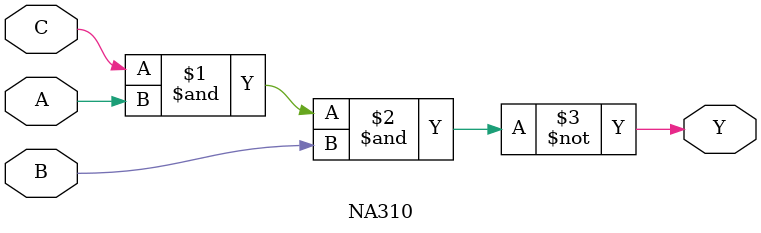
<source format=v>

module NA310 (  A , B , C , Y );

// Verilog Port Declaration section

   input  A;
   input  B;
   input  C;
   output Y;


// Verilog Structure section (in terms of gate prims)


          nand  #1 ( Y , C , A , B ) ;

endmodule

</source>
